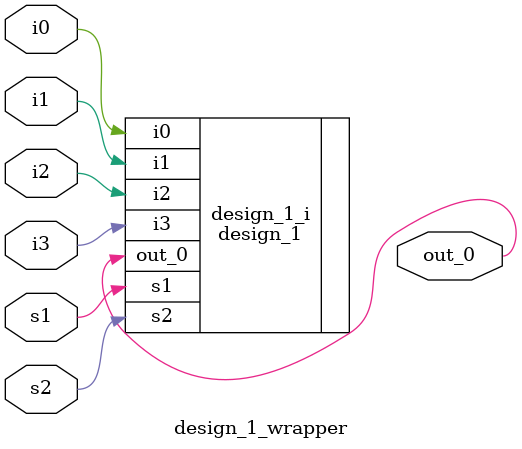
<source format=v>
`timescale 1 ps / 1 ps

module design_1_wrapper
   (i0,
    i1,
    i2,
    i3,
    out_0,
    s1,
    s2);
  input i0;
  input i1;
  input i2;
  input i3;
  output out_0;
  input s1;
  input s2;

  wire i0;
  wire i1;
  wire i2;
  wire i3;
  wire out_0;
  wire s1;
  wire s2;

  design_1 design_1_i
       (.i0(i0),
        .i1(i1),
        .i2(i2),
        .i3(i3),
        .out_0(out_0),
        .s1(s1),
        .s2(s2));
endmodule

</source>
